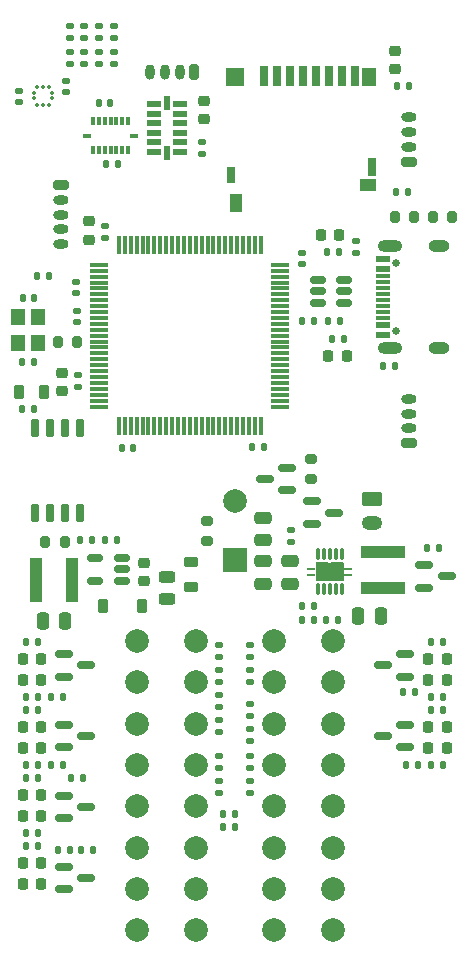
<source format=gts>
%TF.GenerationSoftware,KiCad,Pcbnew,7.0.2-0*%
%TF.CreationDate,2023-10-23T21:08:08-05:00*%
%TF.ProjectId,Flight Computer,466c6967-6874-4204-936f-6d7075746572,1.1*%
%TF.SameCoordinates,Original*%
%TF.FileFunction,Soldermask,Top*%
%TF.FilePolarity,Negative*%
%FSLAX46Y46*%
G04 Gerber Fmt 4.6, Leading zero omitted, Abs format (unit mm)*
G04 Created by KiCad (PCBNEW 7.0.2-0) date 2023-10-23 21:08:08*
%MOMM*%
%LPD*%
G01*
G04 APERTURE LIST*
G04 Aperture macros list*
%AMRoundRect*
0 Rectangle with rounded corners*
0 $1 Rounding radius*
0 $2 $3 $4 $5 $6 $7 $8 $9 X,Y pos of 4 corners*
0 Add a 4 corners polygon primitive as box body*
4,1,4,$2,$3,$4,$5,$6,$7,$8,$9,$2,$3,0*
0 Add four circle primitives for the rounded corners*
1,1,$1+$1,$2,$3*
1,1,$1+$1,$4,$5*
1,1,$1+$1,$6,$7*
1,1,$1+$1,$8,$9*
0 Add four rect primitives between the rounded corners*
20,1,$1+$1,$2,$3,$4,$5,0*
20,1,$1+$1,$4,$5,$6,$7,0*
20,1,$1+$1,$6,$7,$8,$9,0*
20,1,$1+$1,$8,$9,$2,$3,0*%
G04 Aperture macros list end*
%ADD10RoundRect,0.012500X0.125000X-0.112500X0.125000X0.112500X-0.125000X0.112500X-0.125000X-0.112500X0*%
%ADD11RoundRect,0.012500X0.112500X-0.125000X0.112500X0.125000X-0.112500X0.125000X-0.112500X-0.125000X0*%
%ADD12RoundRect,0.012500X0.112500X-0.325000X0.112500X0.325000X-0.112500X0.325000X-0.112500X-0.325000X0*%
%ADD13RoundRect,0.012500X0.325000X-0.112500X0.325000X0.112500X-0.325000X0.112500X-0.325000X-0.112500X0*%
%ADD14RoundRect,0.027500X0.545000X0.247500X-0.545000X0.247500X-0.545000X-0.247500X0.545000X-0.247500X0*%
%ADD15RoundRect,0.027500X0.247500X0.545000X-0.247500X0.545000X-0.247500X-0.545000X0.247500X-0.545000X0*%
%ADD16RoundRect,0.150000X-0.587500X-0.150000X0.587500X-0.150000X0.587500X0.150000X-0.587500X0.150000X0*%
%ADD17RoundRect,0.218750X-0.218750X-0.256250X0.218750X-0.256250X0.218750X0.256250X-0.218750X0.256250X0*%
%ADD18RoundRect,0.135000X-0.135000X-0.185000X0.135000X-0.185000X0.135000X0.185000X-0.135000X0.185000X0*%
%ADD19RoundRect,0.200000X-0.275000X0.200000X-0.275000X-0.200000X0.275000X-0.200000X0.275000X0.200000X0*%
%ADD20RoundRect,0.135000X-0.185000X0.135000X-0.185000X-0.135000X0.185000X-0.135000X0.185000X0.135000X0*%
%ADD21RoundRect,0.150000X0.587500X0.150000X-0.587500X0.150000X-0.587500X-0.150000X0.587500X-0.150000X0*%
%ADD22RoundRect,0.218750X0.218750X0.256250X-0.218750X0.256250X-0.218750X-0.256250X0.218750X-0.256250X0*%
%ADD23RoundRect,0.135000X0.185000X-0.135000X0.185000X0.135000X-0.185000X0.135000X-0.185000X-0.135000X0*%
%ADD24RoundRect,0.200000X0.200000X0.275000X-0.200000X0.275000X-0.200000X-0.275000X0.200000X-0.275000X0*%
%ADD25RoundRect,0.140000X0.140000X0.170000X-0.140000X0.170000X-0.140000X-0.170000X0.140000X-0.170000X0*%
%ADD26RoundRect,0.225000X-0.250000X0.225000X-0.250000X-0.225000X0.250000X-0.225000X0.250000X0.225000X0*%
%ADD27RoundRect,0.140000X-0.140000X-0.170000X0.140000X-0.170000X0.140000X0.170000X-0.140000X0.170000X0*%
%ADD28RoundRect,0.218750X-0.381250X0.218750X-0.381250X-0.218750X0.381250X-0.218750X0.381250X0.218750X0*%
%ADD29RoundRect,0.140000X-0.170000X0.140000X-0.170000X-0.140000X0.170000X-0.140000X0.170000X0.140000X0*%
%ADD30RoundRect,0.218750X0.218750X0.381250X-0.218750X0.381250X-0.218750X-0.381250X0.218750X-0.381250X0*%
%ADD31RoundRect,0.200000X0.450000X-0.200000X0.450000X0.200000X-0.450000X0.200000X-0.450000X-0.200000X0*%
%ADD32O,1.300000X0.800000*%
%ADD33RoundRect,0.140000X0.170000X-0.140000X0.170000X0.140000X-0.170000X0.140000X-0.170000X-0.140000X0*%
%ADD34RoundRect,0.135000X0.135000X0.185000X-0.135000X0.185000X-0.135000X-0.185000X0.135000X-0.185000X0*%
%ADD35RoundRect,0.075000X-0.725000X-0.075000X0.725000X-0.075000X0.725000X0.075000X-0.725000X0.075000X0*%
%ADD36RoundRect,0.075000X-0.075000X-0.725000X0.075000X-0.725000X0.075000X0.725000X-0.075000X0.725000X0*%
%ADD37RoundRect,0.225000X0.250000X-0.225000X0.250000X0.225000X-0.250000X0.225000X-0.250000X-0.225000X0*%
%ADD38RoundRect,0.200000X-0.200000X-0.275000X0.200000X-0.275000X0.200000X0.275000X-0.200000X0.275000X0*%
%ADD39C,0.650000*%
%ADD40R,1.240000X0.600000*%
%ADD41R,1.240000X0.300000*%
%ADD42O,2.100000X1.000000*%
%ADD43O,1.800000X1.000000*%
%ADD44RoundRect,0.200000X0.200000X0.450000X-0.200000X0.450000X-0.200000X-0.450000X0.200000X-0.450000X0*%
%ADD45O,0.800000X1.300000*%
%ADD46RoundRect,0.150000X0.512500X0.150000X-0.512500X0.150000X-0.512500X-0.150000X0.512500X-0.150000X0*%
%ADD47R,0.700000X1.750000*%
%ADD48R,1.450000X1.000000*%
%ADD49R,1.000000X1.550000*%
%ADD50R,0.800000X1.500000*%
%ADD51R,1.300000X1.500000*%
%ADD52R,1.500000X1.500000*%
%ADD53R,0.800000X1.400000*%
%ADD54RoundRect,0.200000X0.275000X-0.200000X0.275000X0.200000X-0.275000X0.200000X-0.275000X-0.200000X0*%
%ADD55RoundRect,0.250000X-0.250000X-0.475000X0.250000X-0.475000X0.250000X0.475000X-0.250000X0.475000X0*%
%ADD56R,1.200000X1.400000*%
%ADD57RoundRect,0.250000X-0.475000X0.250000X-0.475000X-0.250000X0.475000X-0.250000X0.475000X0.250000X0*%
%ADD58RoundRect,0.250000X0.475000X-0.250000X0.475000X0.250000X-0.475000X0.250000X-0.475000X-0.250000X0*%
%ADD59R,1.100000X3.700000*%
%ADD60R,3.700000X1.100000*%
%ADD61RoundRect,0.243750X0.456250X-0.243750X0.456250X0.243750X-0.456250X0.243750X-0.456250X-0.243750X0*%
%ADD62RoundRect,0.070000X-0.140000X0.140000X-0.140000X-0.140000X0.140000X-0.140000X0.140000X0.140000X0*%
%ADD63O,0.420000X0.990000*%
%ADD64C,0.600000*%
%ADD65R,1.050000X0.680000*%
%ADD66R,0.500000X0.260000*%
%ADD67R,0.700000X0.280000*%
%ADD68R,2.400000X1.650000*%
%ADD69RoundRect,0.200000X-0.450000X0.200000X-0.450000X-0.200000X0.450000X-0.200000X0.450000X0.200000X0*%
%ADD70RoundRect,0.150000X0.150000X-0.650000X0.150000X0.650000X-0.150000X0.650000X-0.150000X-0.650000X0*%
%ADD71RoundRect,0.225000X0.225000X0.375000X-0.225000X0.375000X-0.225000X-0.375000X0.225000X-0.375000X0*%
%ADD72RoundRect,0.250000X-0.625000X0.350000X-0.625000X-0.350000X0.625000X-0.350000X0.625000X0.350000X0*%
%ADD73O,1.750000X1.200000*%
%ADD74C,2.000000*%
%ADD75R,2.000000X2.000000*%
G04 APERTURE END LIST*
D10*
%TO.C,U5*%
X86537500Y-25002500D03*
X86537500Y-25502500D03*
D11*
X86800000Y-26015000D03*
X87300000Y-26015000D03*
X87800000Y-26015000D03*
D10*
X88062500Y-25502500D03*
X88062500Y-25002500D03*
D11*
X87800000Y-24490000D03*
X87300000Y-24490000D03*
X86800000Y-24490000D03*
%TD*%
D12*
%TO.C,U4*%
X91490000Y-27380000D03*
X91990000Y-27380000D03*
X92490000Y-27380000D03*
X92990000Y-27380000D03*
X93490000Y-27380000D03*
X93990000Y-27380000D03*
X94490000Y-27380000D03*
D13*
X95002500Y-28642500D03*
D12*
X94490000Y-29905000D03*
X93990000Y-29905000D03*
X93490000Y-29905000D03*
X92990000Y-29905000D03*
X92490000Y-29905000D03*
X91990000Y-29905000D03*
X91490000Y-29905000D03*
D13*
X90977500Y-28642500D03*
%TD*%
D14*
%TO.C,U3*%
X98900000Y-30010000D03*
X98900000Y-29210000D03*
X98900000Y-28410000D03*
X98900000Y-27610000D03*
X98900000Y-26810000D03*
X98900000Y-26010000D03*
D15*
X97802500Y-25912500D03*
D14*
X96705000Y-26010000D03*
X96705000Y-26810000D03*
X96705000Y-27610000D03*
X96705000Y-28410000D03*
X96705000Y-29210000D03*
X96705000Y-30010000D03*
D15*
X97802500Y-30107500D03*
%TD*%
D16*
%TO.C,Q9*%
X119562500Y-65017500D03*
X119562500Y-66917500D03*
X121437500Y-65967500D03*
%TD*%
D17*
%TO.C,D12*%
X85552500Y-73000000D03*
X87127500Y-73000000D03*
%TD*%
D18*
%TO.C,R3*%
X86750000Y-40490000D03*
X87770000Y-40490000D03*
%TD*%
D17*
%TO.C,D8*%
X85552500Y-80500000D03*
X87127500Y-80500000D03*
%TD*%
D16*
%TO.C,Q2*%
X89062500Y-90550000D03*
X89062500Y-92450000D03*
X90937500Y-91500000D03*
%TD*%
D19*
%TO.C,R18*%
X109940000Y-56065000D03*
X109940000Y-57715000D03*
%TD*%
D20*
%TO.C,R14*%
X104800000Y-78890000D03*
X104800000Y-79910000D03*
%TD*%
D21*
%TO.C,Q1*%
X107937500Y-58690000D03*
X107937500Y-56790000D03*
X106062500Y-57740000D03*
%TD*%
D17*
%TO.C,D9*%
X85552500Y-90250000D03*
X87127500Y-90250000D03*
%TD*%
D22*
%TO.C,D2*%
X112347500Y-37080000D03*
X110772500Y-37080000D03*
%TD*%
D20*
%TO.C,R13*%
X104800000Y-76790000D03*
X104800000Y-77810000D03*
%TD*%
D23*
%TO.C,R9*%
X102200000Y-79110000D03*
X102200000Y-78090000D03*
%TD*%
D18*
%TO.C,R19*%
X116090000Y-48182500D03*
X117110000Y-48182500D03*
%TD*%
D17*
%TO.C,D10*%
X85552500Y-84500000D03*
X87127500Y-84500000D03*
%TD*%
D24*
%TO.C,R2*%
X90175000Y-46107500D03*
X88525000Y-46107500D03*
%TD*%
D18*
%TO.C,R59*%
X120150000Y-71500000D03*
X121170000Y-71500000D03*
%TD*%
D25*
%TO.C,C10*%
X86480000Y-47782500D03*
X85520000Y-47782500D03*
%TD*%
D18*
%TO.C,R22*%
X111220000Y-69620000D03*
X112240000Y-69620000D03*
%TD*%
D26*
%TO.C,C1*%
X100910000Y-25715000D03*
X100910000Y-27265000D03*
%TD*%
D23*
%TO.C,R23*%
X108300000Y-63042500D03*
X108300000Y-62022500D03*
%TD*%
D27*
%TO.C,C8*%
X92020000Y-25870000D03*
X92980000Y-25870000D03*
%TD*%
D25*
%TO.C,C15*%
X94930000Y-55070000D03*
X93970000Y-55070000D03*
%TD*%
D18*
%TO.C,R47*%
X85830000Y-88750000D03*
X86850000Y-88750000D03*
%TD*%
D20*
%TO.C,R15*%
X102200000Y-71790000D03*
X102200000Y-72810000D03*
%TD*%
D23*
%TO.C,R35*%
X104800000Y-82210000D03*
X104800000Y-81190000D03*
%TD*%
D28*
%TO.C,FB2*%
X99840000Y-64777500D03*
X99840000Y-66902500D03*
%TD*%
D22*
%TO.C,D4*%
X121447500Y-74750000D03*
X119872500Y-74750000D03*
%TD*%
D24*
%TO.C,R21*%
X118700000Y-35570000D03*
X117050000Y-35570000D03*
%TD*%
D23*
%TO.C,R53*%
X92040000Y-20390000D03*
X92040000Y-19370000D03*
%TD*%
D29*
%TO.C,C25*%
X113780000Y-37600000D03*
X113780000Y-38560000D03*
%TD*%
D30*
%TO.C,FB1*%
X87362500Y-50332500D03*
X85237500Y-50332500D03*
%TD*%
D31*
%TO.C,J8*%
X118270000Y-54690000D03*
D32*
X118270000Y-53440000D03*
X118270000Y-52190000D03*
X118270000Y-50940000D03*
%TD*%
D33*
%TO.C,C16*%
X90200000Y-49887500D03*
X90200000Y-48927500D03*
%TD*%
D25*
%TO.C,C18*%
X110180000Y-68470000D03*
X109220000Y-68470000D03*
%TD*%
D18*
%TO.C,R37*%
X120150000Y-76150000D03*
X121170000Y-76150000D03*
%TD*%
D29*
%TO.C,C3*%
X89230000Y-23990000D03*
X89230000Y-24950000D03*
%TD*%
D34*
%TO.C,R46*%
X110180000Y-44350000D03*
X109160000Y-44350000D03*
%TD*%
%TO.C,R17*%
X112720000Y-45850000D03*
X111700000Y-45850000D03*
%TD*%
D18*
%TO.C,R58*%
X85830000Y-71500000D03*
X86850000Y-71500000D03*
%TD*%
D22*
%TO.C,D13*%
X121447500Y-73000000D03*
X119872500Y-73000000D03*
%TD*%
D35*
%TO.C,U1*%
X92025000Y-39582500D03*
X92025000Y-40082500D03*
X92025000Y-40582500D03*
X92025000Y-41082500D03*
X92025000Y-41582500D03*
X92025000Y-42082500D03*
X92025000Y-42582500D03*
X92025000Y-43082500D03*
X92025000Y-43582500D03*
X92025000Y-44082500D03*
X92025000Y-44582500D03*
X92025000Y-45082500D03*
X92025000Y-45582500D03*
X92025000Y-46082500D03*
X92025000Y-46582500D03*
X92025000Y-47082500D03*
X92025000Y-47582500D03*
X92025000Y-48082500D03*
X92025000Y-48582500D03*
X92025000Y-49082500D03*
X92025000Y-49582500D03*
X92025000Y-50082500D03*
X92025000Y-50582500D03*
X92025000Y-51082500D03*
X92025000Y-51582500D03*
D36*
X93700000Y-53257500D03*
X94200000Y-53257500D03*
X94700000Y-53257500D03*
X95200000Y-53257500D03*
X95700000Y-53257500D03*
X96200000Y-53257500D03*
X96700000Y-53257500D03*
X97200000Y-53257500D03*
X97700000Y-53257500D03*
X98200000Y-53257500D03*
X98700000Y-53257500D03*
X99200000Y-53257500D03*
X99700000Y-53257500D03*
X100200000Y-53257500D03*
X100700000Y-53257500D03*
X101200000Y-53257500D03*
X101700000Y-53257500D03*
X102200000Y-53257500D03*
X102700000Y-53257500D03*
X103200000Y-53257500D03*
X103700000Y-53257500D03*
X104200000Y-53257500D03*
X104700000Y-53257500D03*
X105200000Y-53257500D03*
X105700000Y-53257500D03*
D35*
X107375000Y-51582500D03*
X107375000Y-51082500D03*
X107375000Y-50582500D03*
X107375000Y-50082500D03*
X107375000Y-49582500D03*
X107375000Y-49082500D03*
X107375000Y-48582500D03*
X107375000Y-48082500D03*
X107375000Y-47582500D03*
X107375000Y-47082500D03*
X107375000Y-46582500D03*
X107375000Y-46082500D03*
X107375000Y-45582500D03*
X107375000Y-45082500D03*
X107375000Y-44582500D03*
X107375000Y-44082500D03*
X107375000Y-43582500D03*
X107375000Y-43082500D03*
X107375000Y-42582500D03*
X107375000Y-42082500D03*
X107375000Y-41582500D03*
X107375000Y-41082500D03*
X107375000Y-40582500D03*
X107375000Y-40082500D03*
X107375000Y-39582500D03*
D36*
X105700000Y-37907500D03*
X105200000Y-37907500D03*
X104700000Y-37907500D03*
X104200000Y-37907500D03*
X103700000Y-37907500D03*
X103200000Y-37907500D03*
X102700000Y-37907500D03*
X102200000Y-37907500D03*
X101700000Y-37907500D03*
X101200000Y-37907500D03*
X100700000Y-37907500D03*
X100200000Y-37907500D03*
X99700000Y-37907500D03*
X99200000Y-37907500D03*
X98700000Y-37907500D03*
X98200000Y-37907500D03*
X97700000Y-37907500D03*
X97200000Y-37907500D03*
X96700000Y-37907500D03*
X96200000Y-37907500D03*
X95700000Y-37907500D03*
X95200000Y-37907500D03*
X94700000Y-37907500D03*
X94200000Y-37907500D03*
X93700000Y-37907500D03*
%TD*%
D22*
%TO.C,D5*%
X121447500Y-80500000D03*
X119872500Y-80500000D03*
%TD*%
D37*
%TO.C,C7*%
X91200000Y-37445000D03*
X91200000Y-35895000D03*
%TD*%
D34*
%TO.C,R39*%
X86850000Y-76150000D03*
X85830000Y-76150000D03*
%TD*%
D25*
%TO.C,C29*%
X86480000Y-51820000D03*
X85520000Y-51820000D03*
%TD*%
D34*
%TO.C,R27*%
X118160000Y-33432500D03*
X117140000Y-33432500D03*
%TD*%
D18*
%TO.C,R38*%
X120150000Y-81900000D03*
X121170000Y-81900000D03*
%TD*%
%TO.C,R33*%
X87920000Y-81900000D03*
X88940000Y-81900000D03*
%TD*%
%TO.C,R44*%
X90440000Y-62870000D03*
X91460000Y-62870000D03*
%TD*%
%TO.C,R1*%
X119790000Y-63520000D03*
X120810000Y-63520000D03*
%TD*%
D34*
%TO.C,R40*%
X86850000Y-87650000D03*
X85830000Y-87650000D03*
%TD*%
D38*
%TO.C,R42*%
X87475000Y-63020000D03*
X89125000Y-63020000D03*
%TD*%
D39*
%TO.C,J7*%
X117160000Y-45212500D03*
X117160000Y-39432500D03*
D40*
X116040000Y-45522500D03*
X116040000Y-44722500D03*
D41*
X116040000Y-43572500D03*
X116040000Y-42572500D03*
X116040000Y-42072500D03*
X116040000Y-41072500D03*
D40*
X116040000Y-39922500D03*
X116040000Y-39122500D03*
X116040000Y-39122500D03*
X116040000Y-39922500D03*
D41*
X116040000Y-40572500D03*
X116040000Y-41572500D03*
X116040000Y-43072500D03*
X116040000Y-44072500D03*
D40*
X116040000Y-44722500D03*
X116040000Y-45522500D03*
D42*
X116640000Y-46642500D03*
D43*
X120840000Y-46642500D03*
D42*
X116640000Y-38002500D03*
D43*
X120840000Y-38002500D03*
%TD*%
D34*
%TO.C,R30*%
X118730000Y-75790000D03*
X117710000Y-75790000D03*
%TD*%
D20*
%TO.C,R12*%
X104800000Y-73890000D03*
X104800000Y-74910000D03*
%TD*%
D29*
%TO.C,C12*%
X109160000Y-38560000D03*
X109160000Y-39520000D03*
%TD*%
D44*
%TO.C,J6*%
X100080000Y-23220000D03*
D45*
X98830000Y-23220000D03*
X97580000Y-23220000D03*
X96330000Y-23220000D03*
%TD*%
D23*
%TO.C,R48*%
X93250000Y-22590000D03*
X93250000Y-21570000D03*
%TD*%
%TO.C,R8*%
X102200000Y-82210000D03*
X102200000Y-81190000D03*
%TD*%
D22*
%TO.C,D14*%
X121447500Y-78750000D03*
X119872500Y-78750000D03*
%TD*%
D17*
%TO.C,D11*%
X85552500Y-78750000D03*
X87127500Y-78750000D03*
%TD*%
D21*
%TO.C,Q7*%
X117937500Y-80450000D03*
X117937500Y-78550000D03*
X116062500Y-79500000D03*
%TD*%
D33*
%TO.C,C9*%
X90100000Y-42012500D03*
X90100000Y-41052500D03*
%TD*%
D17*
%TO.C,D3*%
X85552500Y-92000000D03*
X87127500Y-92000000D03*
%TD*%
D33*
%TO.C,C4*%
X85200000Y-25820000D03*
X85200000Y-24860000D03*
%TD*%
D23*
%TO.C,R49*%
X93250000Y-20390000D03*
X93250000Y-19370000D03*
%TD*%
D37*
%TO.C,C24*%
X88850000Y-50282500D03*
X88850000Y-48732500D03*
%TD*%
D20*
%TO.C,R16*%
X102200000Y-73890000D03*
X102200000Y-74910000D03*
%TD*%
D46*
%TO.C,U2*%
X112787500Y-42782500D03*
X112787500Y-41832500D03*
X112787500Y-40882500D03*
X110512500Y-40882500D03*
X110512500Y-41832500D03*
X110512500Y-42782500D03*
%TD*%
D47*
%TO.C,J10*%
X105995000Y-23582500D03*
X107095000Y-23582500D03*
X108195000Y-23582500D03*
X109295000Y-23582500D03*
X110395000Y-23582500D03*
X111495000Y-23582500D03*
X112595000Y-23582500D03*
X113695000Y-23582500D03*
D48*
X114820000Y-32807500D03*
D49*
X103595000Y-34382500D03*
D50*
X115145000Y-31307500D03*
D51*
X114895000Y-23707500D03*
D52*
X103545000Y-23707500D03*
D53*
X103195000Y-31957500D03*
%TD*%
D54*
%TO.C,R28*%
X101150000Y-62945000D03*
X101150000Y-61295000D03*
%TD*%
D38*
%TO.C,R20*%
X120275000Y-35570000D03*
X121925000Y-35570000D03*
%TD*%
D55*
%TO.C,C20*%
X87250000Y-69732500D03*
X89150000Y-69732500D03*
%TD*%
D18*
%TO.C,R4*%
X102490000Y-87200000D03*
X103510000Y-87200000D03*
%TD*%
D56*
%TO.C,Y1*%
X85175000Y-43982500D03*
X85175000Y-46182500D03*
X86875000Y-46182500D03*
X86875000Y-43982500D03*
%TD*%
D34*
%TO.C,R31*%
X119050000Y-81910000D03*
X118030000Y-81910000D03*
%TD*%
%TO.C,R36*%
X89530000Y-89160000D03*
X88510000Y-89160000D03*
%TD*%
D23*
%TO.C,R52*%
X92040000Y-22590000D03*
X92040000Y-21570000D03*
%TD*%
D34*
%TO.C,R41*%
X86850000Y-81900000D03*
X85830000Y-81900000D03*
%TD*%
D21*
%TO.C,Q6*%
X117937500Y-74450000D03*
X117937500Y-72550000D03*
X116062500Y-73500000D03*
%TD*%
D57*
%TO.C,C21*%
X108150000Y-64670000D03*
X108150000Y-66570000D03*
%TD*%
D58*
%TO.C,C23*%
X105890000Y-62920000D03*
X105890000Y-61020000D03*
%TD*%
D18*
%TO.C,R56*%
X85830000Y-83000000D03*
X86850000Y-83000000D03*
%TD*%
D59*
%TO.C,L2*%
X89700000Y-66232500D03*
X86700000Y-66232500D03*
%TD*%
D18*
%TO.C,R57*%
X85830000Y-77250000D03*
X86850000Y-77250000D03*
%TD*%
D55*
%TO.C,C17*%
X113950000Y-69320000D03*
X115850000Y-69320000D03*
%TD*%
D34*
%TO.C,R45*%
X112390000Y-44350000D03*
X111370000Y-44350000D03*
%TD*%
D31*
%TO.C,J9*%
X118300000Y-30857500D03*
D32*
X118300000Y-29607500D03*
X118300000Y-28357500D03*
X118300000Y-27107500D03*
%TD*%
D60*
%TO.C,L1*%
X116100000Y-66932500D03*
X116100000Y-63932500D03*
%TD*%
D18*
%TO.C,R32*%
X87930000Y-76150000D03*
X88950000Y-76150000D03*
%TD*%
D23*
%TO.C,R7*%
X102200000Y-84310000D03*
X102200000Y-83290000D03*
%TD*%
D16*
%TO.C,Q4*%
X110072500Y-59610000D03*
X110072500Y-61510000D03*
X111947500Y-60560000D03*
%TD*%
D23*
%TO.C,R50*%
X89520000Y-22560000D03*
X89520000Y-21540000D03*
%TD*%
%TO.C,R55*%
X90770000Y-20390000D03*
X90770000Y-19370000D03*
%TD*%
%TO.C,R10*%
X102200000Y-77010000D03*
X102200000Y-75990000D03*
%TD*%
D16*
%TO.C,Q5*%
X89062500Y-78550000D03*
X89062500Y-80450000D03*
X90937500Y-79500000D03*
%TD*%
D17*
%TO.C,D6*%
X85552500Y-74750000D03*
X87127500Y-74750000D03*
%TD*%
D18*
%TO.C,R5*%
X109190000Y-69620000D03*
X110210000Y-69620000D03*
%TD*%
D37*
%TO.C,C19*%
X95850000Y-66345000D03*
X95850000Y-64795000D03*
%TD*%
D61*
%TO.C,F1*%
X97780000Y-67907500D03*
X97780000Y-66032500D03*
%TD*%
D34*
%TO.C,R6*%
X103510000Y-86080000D03*
X102490000Y-86080000D03*
%TD*%
D18*
%TO.C,R29*%
X89660000Y-83058000D03*
X90680000Y-83058000D03*
%TD*%
D62*
%TO.C,U8*%
X112550000Y-63797500D03*
D63*
X112550000Y-64082500D03*
D62*
X112050000Y-63797500D03*
D63*
X112050000Y-64082500D03*
D62*
X111550000Y-63797500D03*
D63*
X111550000Y-64082500D03*
D62*
X111050000Y-63797500D03*
D63*
X111050000Y-64082500D03*
D62*
X110550000Y-63797500D03*
D63*
X110550000Y-64082500D03*
X110550000Y-67032500D03*
D62*
X110550000Y-67317500D03*
D63*
X111050000Y-67032500D03*
D62*
X111050000Y-67317500D03*
D63*
X111550000Y-67032500D03*
D62*
X111550000Y-67317500D03*
D63*
X112050000Y-67032500D03*
D62*
X112050000Y-67317500D03*
D63*
X112550000Y-67032500D03*
D62*
X112550000Y-67317500D03*
D64*
X112300000Y-65057500D03*
X110800000Y-65057500D03*
D65*
X112185000Y-65107500D03*
X110915000Y-65107500D03*
D66*
X113180000Y-65307500D03*
D67*
X113100000Y-65307500D03*
X110000000Y-65307500D03*
D66*
X109920000Y-65307500D03*
D64*
X111550000Y-65557500D03*
D68*
X111550000Y-65557500D03*
D66*
X113180000Y-65807500D03*
D67*
X113100000Y-65807500D03*
X110000000Y-65807500D03*
D66*
X109920000Y-65807500D03*
D65*
X112185000Y-66007500D03*
X110915000Y-66007500D03*
D64*
X112300000Y-66057500D03*
X110800000Y-66057500D03*
%TD*%
D69*
%TO.C,J5*%
X88760000Y-32840000D03*
D32*
X88760000Y-34090000D03*
X88760000Y-35340000D03*
X88760000Y-36590000D03*
X88760000Y-37840000D03*
%TD*%
D20*
%TO.C,R11*%
X104800000Y-71790000D03*
X104800000Y-72810000D03*
%TD*%
D26*
%TO.C,C28*%
X117070000Y-21495000D03*
X117070000Y-23045000D03*
%TD*%
D23*
%TO.C,R51*%
X89520000Y-20360000D03*
X89520000Y-19340000D03*
%TD*%
D16*
%TO.C,Q3*%
X89062500Y-84550000D03*
X89062500Y-86450000D03*
X90937500Y-85500000D03*
%TD*%
D22*
%TO.C,D1*%
X112987500Y-47270000D03*
X111412500Y-47270000D03*
%TD*%
D25*
%TO.C,C13*%
X105955000Y-55020000D03*
X104995000Y-55020000D03*
%TD*%
D17*
%TO.C,D7*%
X85552500Y-86250000D03*
X87127500Y-86250000D03*
%TD*%
D70*
%TO.C,U7*%
X86595000Y-60620000D03*
X87865000Y-60620000D03*
X89135000Y-60620000D03*
X90405000Y-60620000D03*
X90405000Y-53420000D03*
X89135000Y-53420000D03*
X87865000Y-53420000D03*
X86595000Y-53420000D03*
%TD*%
D33*
%TO.C,C2*%
X100700000Y-30162500D03*
X100700000Y-29202500D03*
%TD*%
D34*
%TO.C,R26*%
X118290000Y-24480000D03*
X117270000Y-24480000D03*
%TD*%
D57*
%TO.C,C22*%
X105900000Y-64670000D03*
X105900000Y-66570000D03*
%TD*%
D34*
%TO.C,R24*%
X112300000Y-38475000D03*
X111280000Y-38475000D03*
%TD*%
D27*
%TO.C,C6*%
X85570000Y-42382500D03*
X86530000Y-42382500D03*
%TD*%
D23*
%TO.C,R54*%
X90770000Y-22560000D03*
X90770000Y-21540000D03*
%TD*%
D25*
%TO.C,C5*%
X93580000Y-31020000D03*
X92620000Y-31020000D03*
%TD*%
D18*
%TO.C,R34*%
X90500000Y-89170000D03*
X91520000Y-89170000D03*
%TD*%
%TO.C,R43*%
X92540000Y-62870000D03*
X93560000Y-62870000D03*
%TD*%
D33*
%TO.C,C11*%
X92550000Y-37300000D03*
X92550000Y-36340000D03*
%TD*%
D23*
%TO.C,R25*%
X104800000Y-84310000D03*
X104800000Y-83290000D03*
%TD*%
D46*
%TO.C,U9*%
X93987500Y-66320000D03*
X93987500Y-65370000D03*
X93987500Y-64420000D03*
X91712500Y-64420000D03*
X91712500Y-66320000D03*
%TD*%
D18*
%TO.C,R60*%
X120150000Y-77250000D03*
X121170000Y-77250000D03*
%TD*%
D33*
%TO.C,C14*%
X90150000Y-44437500D03*
X90150000Y-43477500D03*
%TD*%
D71*
%TO.C,D15*%
X95650000Y-68470000D03*
X92350000Y-68470000D03*
%TD*%
D16*
%TO.C,Q8*%
X89062500Y-72550000D03*
X89062500Y-74450000D03*
X90937500Y-73500000D03*
%TD*%
D72*
%TO.C,J4*%
X115140000Y-59430000D03*
D73*
X115140000Y-61430000D03*
%TD*%
D74*
%TO.C,J2*%
X95200000Y-95920000D03*
X100200000Y-95920000D03*
X95200000Y-92420000D03*
X100200000Y-92420000D03*
X95200000Y-88920000D03*
X100200000Y-88920000D03*
X95200000Y-85420000D03*
X100200000Y-85420000D03*
X95200000Y-81920000D03*
X100200000Y-81920000D03*
X95200000Y-78420000D03*
X100200000Y-78420000D03*
X95200000Y-74920000D03*
X100200000Y-74920000D03*
X95200000Y-71420000D03*
X100200000Y-71420000D03*
%TD*%
D75*
%TO.C,BZ1*%
X103500000Y-64590000D03*
D74*
X103500000Y-59590000D03*
%TD*%
%TO.C,J1*%
X111790000Y-71420000D03*
X106790000Y-71420000D03*
X111790000Y-74920000D03*
X106790000Y-74920000D03*
X111790000Y-78420000D03*
X106790000Y-78420000D03*
X111790000Y-81920000D03*
X106790000Y-81920000D03*
X111790000Y-85420000D03*
X106790000Y-85420000D03*
X111790000Y-88920000D03*
X106790000Y-88920000D03*
X111790000Y-92420000D03*
X106790000Y-92420000D03*
X111790000Y-95920000D03*
X106790000Y-95920000D03*
%TD*%
M02*

</source>
